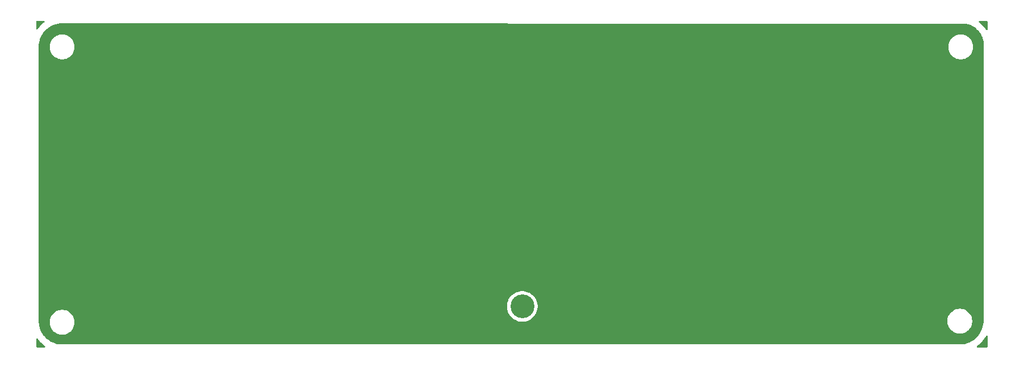
<source format=gbr>
%TF.GenerationSoftware,KiCad,Pcbnew,9.0.4*%
%TF.CreationDate,2025-10-13T09:43:13+02:00*%
%TF.ProjectId,Patch_Antenna,50617463-685f-4416-9e74-656e6e612e6b,rev?*%
%TF.SameCoordinates,Original*%
%TF.FileFunction,Copper,L2,Bot*%
%TF.FilePolarity,Positive*%
%FSLAX46Y46*%
G04 Gerber Fmt 4.6, Leading zero omitted, Abs format (unit mm)*
G04 Created by KiCad (PCBNEW 9.0.4) date 2025-10-13 09:43:13*
%MOMM*%
%LPD*%
G01*
G04 APERTURE LIST*
%TA.AperFunction,ComponentPad*%
%ADD10C,3.556000*%
%TD*%
G04 APERTURE END LIST*
D10*
%TO.P,J2,1,In*%
%TO.N,Net-(AE2-A)*%
X145670000Y-109800000D03*
%TD*%
%TA.AperFunction,Conductor*%
%TO.N,GND*%
G36*
X73341163Y-114627526D02*
G01*
X73361533Y-114650114D01*
X73411335Y-114721239D01*
X73426104Y-114742331D01*
X73426105Y-114742332D01*
X73678713Y-115043382D01*
X73840101Y-115204770D01*
X73956599Y-115321268D01*
X73956608Y-115321276D01*
X73956614Y-115321281D01*
X74257649Y-115573881D01*
X74444084Y-115704425D01*
X74487709Y-115759003D01*
X74494901Y-115828501D01*
X74463379Y-115890856D01*
X74403149Y-115926269D01*
X74372960Y-115930000D01*
X73259960Y-115930000D01*
X73192921Y-115910315D01*
X73147166Y-115857511D01*
X73135960Y-115806000D01*
X73135960Y-114721239D01*
X73155645Y-114654200D01*
X73208449Y-114608445D01*
X73277607Y-114598501D01*
X73341163Y-114627526D01*
G37*
%TD.AperFunction*%
%TA.AperFunction,Conductor*%
G36*
X215086165Y-114188429D02*
G01*
X215128096Y-114244318D01*
X215135960Y-114287775D01*
X215135960Y-115806000D01*
X215116275Y-115873039D01*
X215063471Y-115918794D01*
X215011960Y-115930000D01*
X213611983Y-115930000D01*
X213544944Y-115910315D01*
X213499189Y-115857511D01*
X213489245Y-115788353D01*
X213518270Y-115724797D01*
X213539099Y-115705681D01*
X213616900Y-115649156D01*
X213800009Y-115516126D01*
X214103577Y-115251456D01*
X214382492Y-114960921D01*
X214634557Y-114646808D01*
X214639958Y-114638697D01*
X214857777Y-114311609D01*
X214857782Y-114311599D01*
X214857789Y-114311590D01*
X214903065Y-114228464D01*
X214952417Y-114179006D01*
X215020675Y-114164082D01*
X215086165Y-114188429D01*
G37*
%TD.AperFunction*%
%TA.AperFunction,Conductor*%
G36*
X76918302Y-67482042D02*
G01*
X76934002Y-67486253D01*
X211127003Y-67514720D01*
X211151995Y-67517271D01*
X211158334Y-67518576D01*
X211161482Y-67519225D01*
X211223922Y-67515558D01*
X211230569Y-67515348D01*
X211557604Y-67513893D01*
X211570993Y-67514561D01*
X211892858Y-67548150D01*
X211906119Y-67550266D01*
X212222455Y-67618489D01*
X212235409Y-67622027D01*
X212542498Y-67724083D01*
X212555002Y-67729006D01*
X212849244Y-67863693D01*
X212861132Y-67869936D01*
X213139070Y-68035677D01*
X213150223Y-68043175D01*
X213408586Y-68238016D01*
X213418861Y-68246677D01*
X213446724Y-68272873D01*
X213640227Y-68454799D01*
X213654624Y-68468334D01*
X213663902Y-68478057D01*
X213874288Y-68723924D01*
X213882459Y-68734593D01*
X214065004Y-69001784D01*
X214071973Y-69013275D01*
X214206648Y-69265202D01*
X214224532Y-69298655D01*
X214230216Y-69310833D01*
X214350995Y-69611048D01*
X214355328Y-69623768D01*
X214442908Y-69935283D01*
X214445839Y-69948399D01*
X214499193Y-70267573D01*
X214500687Y-70280928D01*
X214519188Y-70603993D01*
X214519228Y-70617433D01*
X214504487Y-70904908D01*
X214504301Y-70907856D01*
X214503430Y-70919435D01*
X214499500Y-70934108D01*
X214499500Y-70971704D01*
X214499151Y-70976346D01*
X214498986Y-70976783D01*
X214498811Y-70980100D01*
X214495344Y-71012846D01*
X214495345Y-71012849D01*
X214497987Y-71029607D01*
X214499500Y-71048918D01*
X214499500Y-112160040D01*
X214498813Y-112173070D01*
X214463533Y-112506943D01*
X214461602Y-112519260D01*
X214391522Y-112854862D01*
X214388363Y-112866922D01*
X214284943Y-113193775D01*
X214280589Y-113205458D01*
X214144867Y-113520280D01*
X214139362Y-113531466D01*
X213972717Y-113831063D01*
X213966117Y-113841640D01*
X213770223Y-114122998D01*
X213762594Y-114132858D01*
X213539444Y-114393116D01*
X213530863Y-114402161D01*
X213282706Y-114638697D01*
X213273261Y-114646834D01*
X213002605Y-114857255D01*
X212992390Y-114864403D01*
X212701973Y-115046584D01*
X212691092Y-115052670D01*
X212383843Y-115204770D01*
X212372406Y-115209732D01*
X212051447Y-115330208D01*
X212039569Y-115333997D01*
X211708130Y-115421635D01*
X211695932Y-115424212D01*
X211357367Y-115478126D01*
X211344972Y-115479465D01*
X210999450Y-115499296D01*
X210992345Y-115499500D01*
X77003051Y-115499500D01*
X76996968Y-115499351D01*
X76977042Y-115498372D01*
X76663070Y-115482947D01*
X76650960Y-115481754D01*
X76323305Y-115433151D01*
X76311370Y-115430777D01*
X75990046Y-115350289D01*
X75978402Y-115346756D01*
X75666538Y-115235169D01*
X75655295Y-115230513D01*
X75355843Y-115088882D01*
X75345111Y-115083145D01*
X75061004Y-114912857D01*
X75050886Y-114906097D01*
X74784827Y-114708773D01*
X74775421Y-114701053D01*
X74529980Y-114478598D01*
X74521375Y-114469993D01*
X74298928Y-114224558D01*
X74291211Y-114215155D01*
X74264401Y-114179006D01*
X74191020Y-114080061D01*
X74093895Y-113949101D01*
X74087134Y-113938983D01*
X73916839Y-113654861D01*
X73911103Y-113644129D01*
X73769483Y-113344694D01*
X73764826Y-113333452D01*
X73725214Y-113222743D01*
X73653228Y-113021553D01*
X73649703Y-113009931D01*
X73569217Y-112688605D01*
X73566844Y-112676672D01*
X73518242Y-112349012D01*
X73517050Y-112336908D01*
X73502970Y-112050266D01*
X75149500Y-112050266D01*
X75149500Y-112292843D01*
X75181161Y-112533340D01*
X75243947Y-112767659D01*
X75336773Y-112991760D01*
X75336777Y-112991769D01*
X75353979Y-113021564D01*
X75458064Y-113201844D01*
X75458066Y-113201847D01*
X75458067Y-113201848D01*
X75605733Y-113394291D01*
X75605739Y-113394298D01*
X75777256Y-113565815D01*
X75777262Y-113565820D01*
X75969711Y-113713491D01*
X76179788Y-113834779D01*
X76403900Y-113927609D01*
X76638211Y-113990393D01*
X76818586Y-114014139D01*
X76878711Y-114022055D01*
X76878712Y-114022055D01*
X77121289Y-114022055D01*
X77169388Y-114015722D01*
X77361789Y-113990393D01*
X77596100Y-113927609D01*
X77820212Y-113834779D01*
X78030289Y-113713491D01*
X78222738Y-113565820D01*
X78394265Y-113394293D01*
X78541936Y-113201844D01*
X78663224Y-112991767D01*
X78756054Y-112767655D01*
X78818838Y-112533344D01*
X78850500Y-112292843D01*
X78850500Y-112050267D01*
X78849084Y-112039515D01*
X78827915Y-111878712D01*
X78818838Y-111809766D01*
X78756054Y-111575455D01*
X78663224Y-111351343D01*
X78541936Y-111141266D01*
X78481018Y-111061876D01*
X78394266Y-110948818D01*
X78394260Y-110948811D01*
X78222743Y-110777294D01*
X78222736Y-110777288D01*
X78030293Y-110629622D01*
X78030292Y-110629621D01*
X78030289Y-110629619D01*
X77820212Y-110508331D01*
X77820205Y-110508328D01*
X77596104Y-110415502D01*
X77361785Y-110352716D01*
X77121289Y-110321055D01*
X77121288Y-110321055D01*
X76878712Y-110321055D01*
X76878711Y-110321055D01*
X76638214Y-110352716D01*
X76403895Y-110415502D01*
X76179794Y-110508328D01*
X76179785Y-110508332D01*
X75969706Y-110629622D01*
X75777263Y-110777288D01*
X75777256Y-110777294D01*
X75605739Y-110948811D01*
X75605733Y-110948818D01*
X75458067Y-111141261D01*
X75336777Y-111351340D01*
X75336773Y-111351349D01*
X75243947Y-111575450D01*
X75181161Y-111809769D01*
X75149500Y-112050266D01*
X73502970Y-112050266D01*
X73500649Y-112003019D01*
X73500500Y-111996934D01*
X73500501Y-111934084D01*
X73500500Y-111934080D01*
X73500500Y-111926331D01*
X73500448Y-111925540D01*
X73499674Y-110809910D01*
X73498870Y-109650665D01*
X143391500Y-109650665D01*
X143391500Y-109949334D01*
X143391501Y-109949350D01*
X143430484Y-110245456D01*
X143430485Y-110245461D01*
X143430486Y-110245467D01*
X143507790Y-110533971D01*
X143608562Y-110777256D01*
X143622088Y-110809910D01*
X143622092Y-110809920D01*
X143771430Y-111068582D01*
X143953255Y-111305541D01*
X143953261Y-111305548D01*
X144164451Y-111516738D01*
X144164458Y-111516744D01*
X144401417Y-111698569D01*
X144660079Y-111847907D01*
X144660080Y-111847907D01*
X144660083Y-111847909D01*
X144936029Y-111962210D01*
X145224533Y-112039514D01*
X145520659Y-112078500D01*
X145520666Y-112078500D01*
X145819334Y-112078500D01*
X145819341Y-112078500D01*
X146115467Y-112039514D01*
X146403971Y-111962210D01*
X146605555Y-111878711D01*
X209121099Y-111878711D01*
X209121099Y-112121288D01*
X209152760Y-112361785D01*
X209215546Y-112596104D01*
X209286605Y-112767655D01*
X209308375Y-112820212D01*
X209429663Y-113030289D01*
X209429665Y-113030292D01*
X209429666Y-113030293D01*
X209577332Y-113222736D01*
X209577338Y-113222743D01*
X209748855Y-113394260D01*
X209748861Y-113394265D01*
X209941310Y-113541936D01*
X210151387Y-113663224D01*
X210375499Y-113756054D01*
X210609810Y-113818838D01*
X210790185Y-113842584D01*
X210850310Y-113850500D01*
X210850311Y-113850500D01*
X211092888Y-113850500D01*
X211140987Y-113844167D01*
X211333388Y-113818838D01*
X211567699Y-113756054D01*
X211791811Y-113663224D01*
X212001888Y-113541936D01*
X212194337Y-113394265D01*
X212365864Y-113222738D01*
X212513535Y-113030289D01*
X212634823Y-112820212D01*
X212727653Y-112596100D01*
X212790437Y-112361789D01*
X212822099Y-112121288D01*
X212822099Y-111878712D01*
X212790437Y-111638211D01*
X212727653Y-111403900D01*
X212634823Y-111179788D01*
X212513535Y-110969711D01*
X212365889Y-110777294D01*
X212365865Y-110777263D01*
X212365859Y-110777256D01*
X212194342Y-110605739D01*
X212194335Y-110605733D01*
X212001892Y-110458067D01*
X212001891Y-110458066D01*
X212001888Y-110458064D01*
X211791811Y-110336776D01*
X211791804Y-110336773D01*
X211567703Y-110243947D01*
X211333384Y-110181161D01*
X211092888Y-110149500D01*
X211092887Y-110149500D01*
X210850311Y-110149500D01*
X210850310Y-110149500D01*
X210609813Y-110181161D01*
X210375494Y-110243947D01*
X210151393Y-110336773D01*
X210151384Y-110336777D01*
X209941305Y-110458067D01*
X209748862Y-110605733D01*
X209748855Y-110605739D01*
X209577338Y-110777256D01*
X209577332Y-110777263D01*
X209429666Y-110969706D01*
X209308376Y-111179785D01*
X209308372Y-111179794D01*
X209215546Y-111403895D01*
X209152760Y-111638214D01*
X209121099Y-111878711D01*
X146605555Y-111878711D01*
X146679917Y-111847909D01*
X146938583Y-111698569D01*
X147175543Y-111516743D01*
X147386743Y-111305543D01*
X147568569Y-111068583D01*
X147717909Y-110809917D01*
X147832210Y-110533971D01*
X147909514Y-110245467D01*
X147948500Y-109949341D01*
X147948500Y-109650659D01*
X147909514Y-109354533D01*
X147832210Y-109066029D01*
X147717909Y-108790083D01*
X147568569Y-108531417D01*
X147386743Y-108294457D01*
X147386738Y-108294451D01*
X147175548Y-108083261D01*
X147175541Y-108083255D01*
X146938582Y-107901430D01*
X146679920Y-107752092D01*
X146679910Y-107752088D01*
X146656240Y-107742283D01*
X146403971Y-107637790D01*
X146115467Y-107560486D01*
X146115461Y-107560485D01*
X146115456Y-107560484D01*
X145819350Y-107521501D01*
X145819347Y-107521500D01*
X145819341Y-107521500D01*
X145520659Y-107521500D01*
X145520653Y-107521500D01*
X145520649Y-107521501D01*
X145224543Y-107560484D01*
X145224536Y-107560485D01*
X145224533Y-107560486D01*
X144936029Y-107637790D01*
X144781320Y-107701872D01*
X144660089Y-107752088D01*
X144660079Y-107752092D01*
X144401417Y-107901430D01*
X144164458Y-108083255D01*
X144164451Y-108083261D01*
X143953261Y-108294451D01*
X143953255Y-108294458D01*
X143771430Y-108531417D01*
X143622092Y-108790079D01*
X143622088Y-108790089D01*
X143571872Y-108911320D01*
X143507790Y-109066029D01*
X143507789Y-109066033D01*
X143430487Y-109354530D01*
X143430484Y-109354543D01*
X143391501Y-109650649D01*
X143391500Y-109650665D01*
X73498870Y-109650665D01*
X73472072Y-71003087D01*
X73472221Y-70996922D01*
X73473048Y-70980100D01*
X73478029Y-70878711D01*
X75149500Y-70878711D01*
X75149500Y-71121288D01*
X75181161Y-71361785D01*
X75243947Y-71596104D01*
X75336773Y-71820205D01*
X75336776Y-71820212D01*
X75458064Y-72030289D01*
X75458066Y-72030292D01*
X75458067Y-72030293D01*
X75605733Y-72222736D01*
X75605739Y-72222743D01*
X75777256Y-72394260D01*
X75777262Y-72394265D01*
X75969711Y-72541936D01*
X76179788Y-72663224D01*
X76403900Y-72756054D01*
X76638211Y-72818838D01*
X76818586Y-72842584D01*
X76878711Y-72850500D01*
X76878712Y-72850500D01*
X77121289Y-72850500D01*
X77169388Y-72844167D01*
X77361789Y-72818838D01*
X77596100Y-72756054D01*
X77820212Y-72663224D01*
X78030289Y-72541936D01*
X78222738Y-72394265D01*
X78394265Y-72222738D01*
X78541936Y-72030289D01*
X78663224Y-71820212D01*
X78756054Y-71596100D01*
X78818838Y-71361789D01*
X78850500Y-71121288D01*
X78850500Y-70878712D01*
X78850500Y-70878711D01*
X209249500Y-70878711D01*
X209249500Y-71121288D01*
X209281161Y-71361785D01*
X209343947Y-71596104D01*
X209436773Y-71820205D01*
X209436776Y-71820212D01*
X209558064Y-72030289D01*
X209558066Y-72030292D01*
X209558067Y-72030293D01*
X209705733Y-72222736D01*
X209705739Y-72222743D01*
X209877256Y-72394260D01*
X209877262Y-72394265D01*
X210069711Y-72541936D01*
X210279788Y-72663224D01*
X210503900Y-72756054D01*
X210738211Y-72818838D01*
X210918586Y-72842584D01*
X210978711Y-72850500D01*
X210978712Y-72850500D01*
X211221289Y-72850500D01*
X211269388Y-72844167D01*
X211461789Y-72818838D01*
X211696100Y-72756054D01*
X211920212Y-72663224D01*
X212130289Y-72541936D01*
X212322738Y-72394265D01*
X212494265Y-72222738D01*
X212641936Y-72030289D01*
X212763224Y-71820212D01*
X212856054Y-71596100D01*
X212918838Y-71361789D01*
X212950500Y-71121288D01*
X212950500Y-70878712D01*
X212949164Y-70868567D01*
X212920943Y-70654202D01*
X212918838Y-70638211D01*
X212856054Y-70403900D01*
X212763224Y-70179788D01*
X212641936Y-69969711D01*
X212494265Y-69777262D01*
X212494260Y-69777256D01*
X212322743Y-69605739D01*
X212322736Y-69605733D01*
X212130293Y-69458067D01*
X212130292Y-69458066D01*
X212130289Y-69458064D01*
X211920212Y-69336776D01*
X211920205Y-69336773D01*
X211696104Y-69243947D01*
X211461785Y-69181161D01*
X211221289Y-69149500D01*
X211221288Y-69149500D01*
X210978712Y-69149500D01*
X210978711Y-69149500D01*
X210738214Y-69181161D01*
X210503895Y-69243947D01*
X210279794Y-69336773D01*
X210279785Y-69336777D01*
X210069706Y-69458067D01*
X209877263Y-69605733D01*
X209877256Y-69605739D01*
X209705739Y-69777256D01*
X209705733Y-69777263D01*
X209558067Y-69969706D01*
X209436777Y-70179785D01*
X209436773Y-70179794D01*
X209343947Y-70403895D01*
X209281161Y-70638214D01*
X209249500Y-70878711D01*
X78850500Y-70878711D01*
X78849164Y-70868567D01*
X78820943Y-70654202D01*
X78818838Y-70638211D01*
X78756054Y-70403900D01*
X78663224Y-70179788D01*
X78541936Y-69969711D01*
X78394265Y-69777262D01*
X78394260Y-69777256D01*
X78222743Y-69605739D01*
X78222736Y-69605733D01*
X78030293Y-69458067D01*
X78030292Y-69458066D01*
X78030289Y-69458064D01*
X77820212Y-69336776D01*
X77820205Y-69336773D01*
X77596104Y-69243947D01*
X77361785Y-69181161D01*
X77121289Y-69149500D01*
X77121288Y-69149500D01*
X76878712Y-69149500D01*
X76878711Y-69149500D01*
X76638214Y-69181161D01*
X76403895Y-69243947D01*
X76179794Y-69336773D01*
X76179785Y-69336777D01*
X75969706Y-69458067D01*
X75777263Y-69605733D01*
X75777256Y-69605739D01*
X75605739Y-69777256D01*
X75605733Y-69777263D01*
X75458067Y-69969706D01*
X75336777Y-70179785D01*
X75336773Y-70179794D01*
X75243947Y-70403895D01*
X75181161Y-70638214D01*
X75149500Y-70878711D01*
X73478029Y-70878711D01*
X73488759Y-70660281D01*
X73489952Y-70648175D01*
X73525535Y-70408293D01*
X73538965Y-70317750D01*
X73541334Y-70305839D01*
X73622504Y-69981790D01*
X73626034Y-69970158D01*
X73636193Y-69941765D01*
X73738569Y-69655646D01*
X73743210Y-69644439D01*
X73886051Y-69342426D01*
X73891767Y-69331734D01*
X74063506Y-69045203D01*
X74070249Y-69035110D01*
X74269255Y-68766782D01*
X74276958Y-68757397D01*
X74501302Y-68509872D01*
X74509872Y-68501302D01*
X74757397Y-68276958D01*
X74766782Y-68269255D01*
X75035110Y-68070249D01*
X75045203Y-68063506D01*
X75331734Y-67891767D01*
X75342426Y-67886051D01*
X75644439Y-67743210D01*
X75655646Y-67738569D01*
X75970159Y-67626033D01*
X75981790Y-67622504D01*
X76305839Y-67541334D01*
X76317750Y-67538965D01*
X76648177Y-67489951D01*
X76660279Y-67488759D01*
X76880101Y-67477960D01*
X76882198Y-67478184D01*
X76883260Y-67477845D01*
X76918302Y-67482042D01*
G37*
%TD.AperFunction*%
%TA.AperFunction,Conductor*%
G36*
X215078999Y-67109685D02*
G01*
X215124754Y-67162489D01*
X215135960Y-67214000D01*
X215135960Y-68391714D01*
X215116275Y-68458753D01*
X215063471Y-68504508D01*
X214994313Y-68514452D01*
X214930757Y-68485427D01*
X214905207Y-68454799D01*
X214853240Y-68366859D01*
X214853235Y-68366853D01*
X214819148Y-68319612D01*
X214743340Y-68214549D01*
X214633446Y-68062245D01*
X214633442Y-68062240D01*
X214386779Y-67778925D01*
X214115332Y-67519304D01*
X214115311Y-67519286D01*
X213853456Y-67311053D01*
X213813237Y-67253920D01*
X213810291Y-67184113D01*
X213845553Y-67123794D01*
X213907829Y-67092115D01*
X213930635Y-67090000D01*
X215011960Y-67090000D01*
X215078999Y-67109685D01*
G37*
%TD.AperFunction*%
%TA.AperFunction,Conductor*%
G36*
X74361870Y-67109685D02*
G01*
X74407625Y-67162489D01*
X74417569Y-67231647D01*
X74388544Y-67295203D01*
X74365955Y-67315575D01*
X74240328Y-67403539D01*
X73937381Y-67657743D01*
X73657743Y-67937381D01*
X73403533Y-68240335D01*
X73361534Y-68300317D01*
X73306957Y-68343942D01*
X73237459Y-68351134D01*
X73175104Y-68319612D01*
X73139691Y-68259382D01*
X73135960Y-68229193D01*
X73135960Y-67214000D01*
X73155645Y-67146961D01*
X73208449Y-67101206D01*
X73259960Y-67090000D01*
X74294831Y-67090000D01*
X74361870Y-67109685D01*
G37*
%TD.AperFunction*%
%TD*%
M02*

</source>
